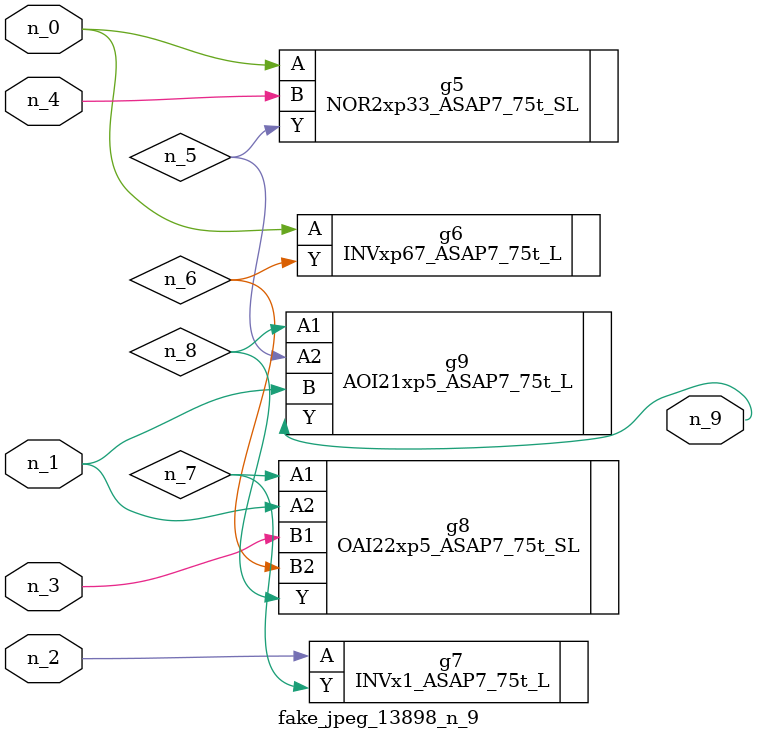
<source format=v>
module fake_jpeg_13898_n_9 (n_3, n_2, n_1, n_0, n_4, n_9);

input n_3;
input n_2;
input n_1;
input n_0;
input n_4;

output n_9;

wire n_8;
wire n_6;
wire n_5;
wire n_7;

NOR2xp33_ASAP7_75t_SL g5 ( 
.A(n_0),
.B(n_4),
.Y(n_5)
);

INVxp67_ASAP7_75t_L g6 ( 
.A(n_0),
.Y(n_6)
);

INVx1_ASAP7_75t_L g7 ( 
.A(n_2),
.Y(n_7)
);

OAI22xp5_ASAP7_75t_SL g8 ( 
.A1(n_7),
.A2(n_1),
.B1(n_3),
.B2(n_6),
.Y(n_8)
);

AOI21xp5_ASAP7_75t_L g9 ( 
.A1(n_8),
.A2(n_5),
.B(n_1),
.Y(n_9)
);


endmodule
</source>
